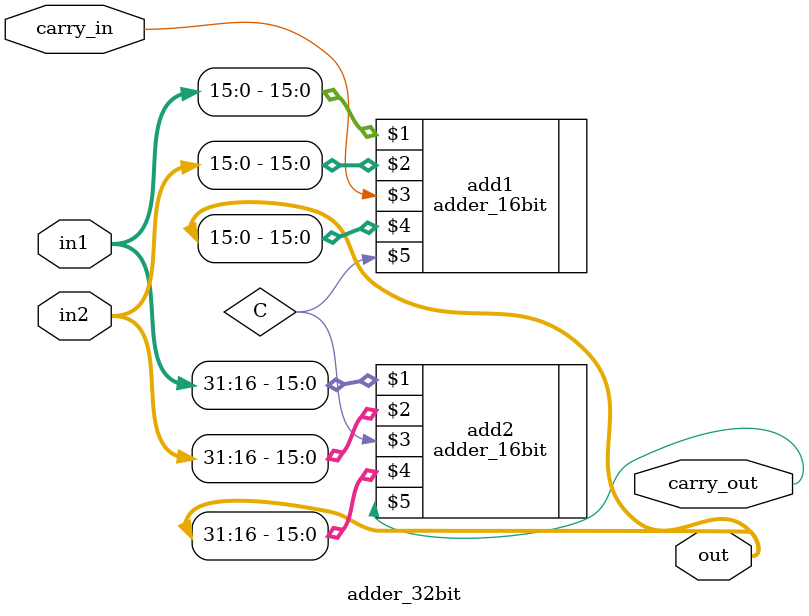
<source format=v>
module adder_32bit(input [31:0] in1, input [31:0] in2, input carry_in, output [31:0] out, output carry_out);
	wire C;
	
	adder_16bit add1(in1[15:0], in2[15:0], carry_in, out[15:0], C);
	adder_16bit add2(in1[31:16], in2[31:16], C, out[31:16], carry_out);
endmodule
</source>
